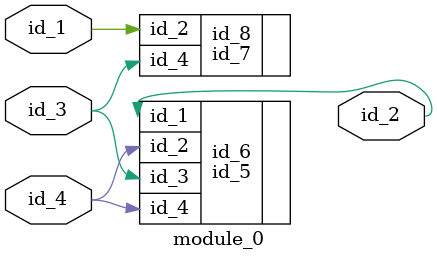
<source format=v>
module module_0 (
    id_1,
    id_2,
    id_3,
    id_4
);
  input id_4;
  input id_3;
  output id_2;
  input id_1;
  id_5 id_6 (
      .id_2(id_4),
      .id_3(1'b0),
      .id_1(id_4),
      .id_3(id_3),
      .id_1(id_2),
      .id_4(id_4)
  );
  id_7 id_8 (
      .id_2(1),
      .id_2(id_1),
      .id_4(id_3)
  );
endmodule

</source>
